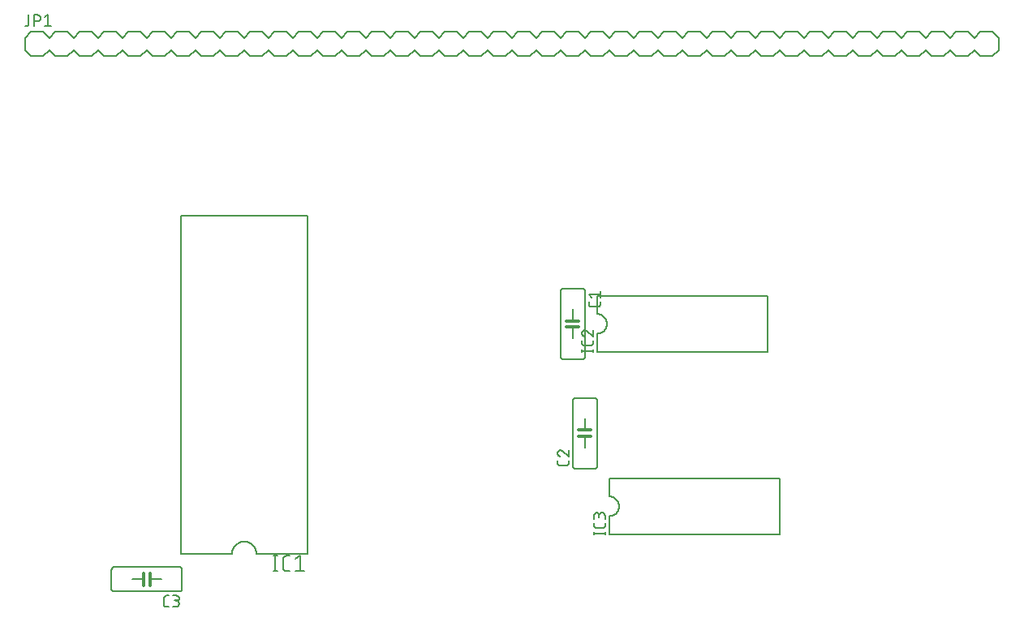
<source format=gbr>
G04 EAGLE Gerber RS-274X export*
G75*
%MOMM*%
%FSLAX34Y34*%
%LPD*%
%INSilkscreen Top*%
%IPPOS*%
%AMOC8*
5,1,8,0,0,1.08239X$1,22.5*%
G01*
%ADD10C,0.152400*%
%ADD11C,0.177800*%
%ADD12C,0.127000*%
%ADD13C,0.304800*%


D10*
X488950Y299720D02*
X542290Y299720D01*
X488950Y299720D02*
X488946Y300029D01*
X488935Y300338D01*
X488916Y300647D01*
X488890Y300955D01*
X488856Y301263D01*
X488815Y301569D01*
X488766Y301875D01*
X488710Y302179D01*
X488646Y302481D01*
X488575Y302782D01*
X488497Y303082D01*
X488412Y303379D01*
X488319Y303674D01*
X488219Y303967D01*
X488112Y304257D01*
X487998Y304544D01*
X487877Y304829D01*
X487749Y305111D01*
X487615Y305389D01*
X487473Y305664D01*
X487325Y305936D01*
X487170Y306203D01*
X487009Y306467D01*
X486842Y306727D01*
X486668Y306983D01*
X486488Y307235D01*
X486302Y307482D01*
X486110Y307724D01*
X485912Y307962D01*
X485709Y308195D01*
X485499Y308423D01*
X485285Y308645D01*
X485065Y308863D01*
X484839Y309075D01*
X484609Y309281D01*
X484374Y309482D01*
X484134Y309677D01*
X483889Y309866D01*
X483640Y310049D01*
X483386Y310226D01*
X483128Y310396D01*
X482866Y310561D01*
X482600Y310719D01*
X482330Y310870D01*
X482057Y311015D01*
X481780Y311153D01*
X481500Y311284D01*
X481217Y311408D01*
X480931Y311526D01*
X480642Y311636D01*
X480351Y311740D01*
X480057Y311836D01*
X479761Y311925D01*
X479462Y312007D01*
X479162Y312082D01*
X478860Y312149D01*
X478557Y312209D01*
X478252Y312261D01*
X477946Y312306D01*
X477639Y312344D01*
X477331Y312374D01*
X477023Y312396D01*
X476714Y312412D01*
X476405Y312419D01*
X476095Y312419D01*
X475786Y312412D01*
X475477Y312396D01*
X475169Y312374D01*
X474861Y312344D01*
X474554Y312306D01*
X474248Y312261D01*
X473943Y312209D01*
X473640Y312149D01*
X473338Y312082D01*
X473038Y312007D01*
X472739Y311925D01*
X472443Y311836D01*
X472149Y311740D01*
X471858Y311636D01*
X471569Y311526D01*
X471283Y311408D01*
X471000Y311284D01*
X470720Y311153D01*
X470443Y311015D01*
X470170Y310870D01*
X469900Y310719D01*
X469634Y310561D01*
X469372Y310396D01*
X469114Y310226D01*
X468860Y310049D01*
X468611Y309866D01*
X468366Y309677D01*
X468126Y309482D01*
X467891Y309281D01*
X467661Y309075D01*
X467435Y308863D01*
X467215Y308645D01*
X467001Y308423D01*
X466791Y308195D01*
X466588Y307962D01*
X466390Y307724D01*
X466198Y307482D01*
X466012Y307235D01*
X465832Y306983D01*
X465658Y306727D01*
X465491Y306467D01*
X465330Y306203D01*
X465175Y305936D01*
X465027Y305664D01*
X464885Y305389D01*
X464751Y305111D01*
X464623Y304829D01*
X464502Y304544D01*
X464388Y304257D01*
X464281Y303967D01*
X464181Y303674D01*
X464088Y303379D01*
X464003Y303082D01*
X463925Y302782D01*
X463854Y302481D01*
X463790Y302179D01*
X463734Y301875D01*
X463685Y301569D01*
X463644Y301263D01*
X463610Y300955D01*
X463584Y300647D01*
X463565Y300338D01*
X463554Y300029D01*
X463550Y299720D01*
X410210Y652780D02*
X542290Y652780D01*
X463550Y299720D02*
X410210Y299720D01*
X410210Y652780D01*
X542290Y652780D02*
X542290Y299720D01*
D11*
X508885Y297561D02*
X508885Y281559D01*
X507107Y281559D02*
X510663Y281559D01*
X510663Y297561D02*
X507107Y297561D01*
X520457Y281559D02*
X524013Y281559D01*
X520457Y281559D02*
X520341Y281561D01*
X520224Y281567D01*
X520108Y281576D01*
X519993Y281589D01*
X519878Y281606D01*
X519763Y281627D01*
X519650Y281652D01*
X519537Y281680D01*
X519425Y281712D01*
X519314Y281748D01*
X519204Y281787D01*
X519096Y281830D01*
X518989Y281876D01*
X518884Y281926D01*
X518781Y281979D01*
X518679Y282035D01*
X518579Y282095D01*
X518481Y282158D01*
X518386Y282225D01*
X518292Y282294D01*
X518201Y282366D01*
X518112Y282441D01*
X518026Y282520D01*
X517943Y282601D01*
X517862Y282684D01*
X517783Y282770D01*
X517708Y282859D01*
X517636Y282950D01*
X517567Y283044D01*
X517500Y283139D01*
X517437Y283237D01*
X517377Y283337D01*
X517321Y283439D01*
X517268Y283542D01*
X517218Y283647D01*
X517172Y283754D01*
X517129Y283862D01*
X517090Y283972D01*
X517054Y284083D01*
X517022Y284195D01*
X516994Y284308D01*
X516969Y284421D01*
X516948Y284536D01*
X516931Y284651D01*
X516918Y284766D01*
X516909Y284882D01*
X516903Y284999D01*
X516901Y285115D01*
X516901Y294005D01*
X516903Y294121D01*
X516909Y294238D01*
X516918Y294354D01*
X516931Y294469D01*
X516948Y294584D01*
X516969Y294699D01*
X516994Y294812D01*
X517022Y294925D01*
X517054Y295037D01*
X517090Y295148D01*
X517129Y295258D01*
X517172Y295366D01*
X517218Y295473D01*
X517268Y295578D01*
X517321Y295681D01*
X517377Y295783D01*
X517437Y295883D01*
X517500Y295981D01*
X517567Y296076D01*
X517636Y296170D01*
X517708Y296261D01*
X517783Y296350D01*
X517862Y296436D01*
X517943Y296519D01*
X518026Y296600D01*
X518112Y296679D01*
X518201Y296754D01*
X518292Y296826D01*
X518386Y296895D01*
X518481Y296962D01*
X518579Y297025D01*
X518679Y297085D01*
X518781Y297141D01*
X518884Y297194D01*
X518989Y297244D01*
X519096Y297290D01*
X519204Y297333D01*
X519314Y297372D01*
X519425Y297408D01*
X519537Y297440D01*
X519650Y297468D01*
X519763Y297493D01*
X519878Y297514D01*
X519993Y297531D01*
X520108Y297544D01*
X520224Y297553D01*
X520341Y297559D01*
X520457Y297561D01*
X524013Y297561D01*
X529971Y294005D02*
X534416Y297561D01*
X534416Y281559D01*
X529971Y281559D02*
X538861Y281559D01*
D10*
X844550Y568960D02*
X1022350Y568960D01*
X1022350Y510540D02*
X844550Y510540D01*
X1022350Y510540D02*
X1022350Y568960D01*
X844550Y568960D02*
X844550Y549910D01*
X844550Y529590D02*
X844550Y510540D01*
X844550Y529590D02*
X844797Y529593D01*
X845045Y529602D01*
X845292Y529617D01*
X845538Y529638D01*
X845784Y529665D01*
X846029Y529698D01*
X846274Y529737D01*
X846517Y529782D01*
X846759Y529833D01*
X847000Y529890D01*
X847239Y529952D01*
X847477Y530021D01*
X847713Y530095D01*
X847947Y530175D01*
X848179Y530260D01*
X848409Y530352D01*
X848637Y530448D01*
X848862Y530551D01*
X849085Y530658D01*
X849305Y530772D01*
X849522Y530890D01*
X849737Y531014D01*
X849948Y531143D01*
X850156Y531277D01*
X850361Y531416D01*
X850562Y531560D01*
X850760Y531708D01*
X850954Y531862D01*
X851144Y532020D01*
X851330Y532183D01*
X851512Y532350D01*
X851690Y532522D01*
X851864Y532698D01*
X852034Y532878D01*
X852199Y533063D01*
X852359Y533251D01*
X852515Y533443D01*
X852667Y533639D01*
X852813Y533838D01*
X852955Y534041D01*
X853091Y534248D01*
X853223Y534457D01*
X853349Y534670D01*
X853470Y534886D01*
X853586Y535104D01*
X853696Y535326D01*
X853801Y535550D01*
X853901Y535776D01*
X853995Y536005D01*
X854083Y536236D01*
X854166Y536470D01*
X854243Y536705D01*
X854314Y536942D01*
X854380Y537180D01*
X854439Y537420D01*
X854493Y537662D01*
X854541Y537905D01*
X854583Y538148D01*
X854619Y538393D01*
X854649Y538639D01*
X854673Y538885D01*
X854691Y539132D01*
X854703Y539379D01*
X854709Y539626D01*
X854709Y539874D01*
X854703Y540121D01*
X854691Y540368D01*
X854673Y540615D01*
X854649Y540861D01*
X854619Y541107D01*
X854583Y541352D01*
X854541Y541595D01*
X854493Y541838D01*
X854439Y542080D01*
X854380Y542320D01*
X854314Y542558D01*
X854243Y542795D01*
X854166Y543030D01*
X854083Y543264D01*
X853995Y543495D01*
X853901Y543724D01*
X853801Y543950D01*
X853696Y544174D01*
X853586Y544396D01*
X853470Y544614D01*
X853349Y544830D01*
X853223Y545043D01*
X853091Y545252D01*
X852955Y545459D01*
X852813Y545662D01*
X852667Y545861D01*
X852515Y546057D01*
X852359Y546249D01*
X852199Y546437D01*
X852034Y546622D01*
X851864Y546802D01*
X851690Y546978D01*
X851512Y547150D01*
X851330Y547317D01*
X851144Y547480D01*
X850954Y547638D01*
X850760Y547792D01*
X850562Y547940D01*
X850361Y548084D01*
X850156Y548223D01*
X849948Y548357D01*
X849737Y548486D01*
X849522Y548610D01*
X849305Y548728D01*
X849085Y548842D01*
X848862Y548949D01*
X848637Y549052D01*
X848409Y549148D01*
X848179Y549240D01*
X847947Y549325D01*
X847713Y549405D01*
X847477Y549479D01*
X847239Y549548D01*
X847000Y549610D01*
X846759Y549667D01*
X846517Y549718D01*
X846274Y549763D01*
X846029Y549802D01*
X845784Y549835D01*
X845538Y549862D01*
X845292Y549883D01*
X845045Y549898D01*
X844797Y549907D01*
X844550Y549910D01*
D12*
X840105Y511175D02*
X828675Y511175D01*
X840105Y509905D02*
X840105Y512445D01*
X828675Y512445D02*
X828675Y509905D01*
X840105Y519647D02*
X840105Y522187D01*
X840105Y519647D02*
X840103Y519547D01*
X840097Y519448D01*
X840087Y519348D01*
X840074Y519250D01*
X840056Y519151D01*
X840035Y519054D01*
X840010Y518958D01*
X839981Y518862D01*
X839948Y518768D01*
X839912Y518675D01*
X839872Y518584D01*
X839828Y518494D01*
X839781Y518406D01*
X839731Y518320D01*
X839677Y518236D01*
X839620Y518154D01*
X839560Y518075D01*
X839496Y517997D01*
X839430Y517923D01*
X839361Y517851D01*
X839289Y517782D01*
X839215Y517716D01*
X839137Y517652D01*
X839058Y517592D01*
X838976Y517535D01*
X838892Y517481D01*
X838806Y517431D01*
X838718Y517384D01*
X838628Y517340D01*
X838537Y517300D01*
X838444Y517264D01*
X838350Y517231D01*
X838254Y517202D01*
X838158Y517177D01*
X838061Y517156D01*
X837962Y517138D01*
X837864Y517125D01*
X837764Y517115D01*
X837665Y517109D01*
X837565Y517107D01*
X831215Y517107D01*
X831115Y517109D01*
X831016Y517115D01*
X830916Y517125D01*
X830818Y517138D01*
X830719Y517156D01*
X830622Y517177D01*
X830526Y517202D01*
X830430Y517231D01*
X830336Y517264D01*
X830243Y517300D01*
X830152Y517340D01*
X830062Y517384D01*
X829974Y517431D01*
X829888Y517481D01*
X829804Y517535D01*
X829722Y517592D01*
X829643Y517652D01*
X829565Y517716D01*
X829491Y517782D01*
X829419Y517851D01*
X829350Y517923D01*
X829284Y517997D01*
X829220Y518075D01*
X829160Y518154D01*
X829103Y518236D01*
X829049Y518320D01*
X828999Y518406D01*
X828952Y518494D01*
X828908Y518584D01*
X828868Y518675D01*
X828832Y518768D01*
X828799Y518862D01*
X828770Y518958D01*
X828745Y519054D01*
X828724Y519151D01*
X828706Y519250D01*
X828693Y519348D01*
X828683Y519448D01*
X828677Y519547D01*
X828675Y519647D01*
X828675Y522187D01*
X828675Y530161D02*
X828677Y530265D01*
X828683Y530370D01*
X828692Y530474D01*
X828705Y530577D01*
X828723Y530680D01*
X828743Y530782D01*
X828768Y530884D01*
X828796Y530984D01*
X828828Y531084D01*
X828864Y531182D01*
X828903Y531279D01*
X828945Y531374D01*
X828991Y531468D01*
X829041Y531560D01*
X829093Y531650D01*
X829149Y531738D01*
X829209Y531824D01*
X829271Y531908D01*
X829336Y531989D01*
X829404Y532068D01*
X829476Y532145D01*
X829549Y532218D01*
X829626Y532290D01*
X829705Y532358D01*
X829786Y532423D01*
X829870Y532485D01*
X829956Y532545D01*
X830044Y532601D01*
X830134Y532653D01*
X830226Y532703D01*
X830320Y532749D01*
X830415Y532791D01*
X830512Y532830D01*
X830610Y532866D01*
X830710Y532898D01*
X830810Y532926D01*
X830912Y532951D01*
X831014Y532971D01*
X831117Y532989D01*
X831220Y533002D01*
X831324Y533011D01*
X831429Y533017D01*
X831533Y533019D01*
X828675Y530161D02*
X828677Y530043D01*
X828683Y529924D01*
X828692Y529806D01*
X828705Y529689D01*
X828723Y529572D01*
X828743Y529455D01*
X828768Y529339D01*
X828796Y529224D01*
X828829Y529111D01*
X828864Y528998D01*
X828904Y528886D01*
X828946Y528776D01*
X828993Y528667D01*
X829043Y528559D01*
X829096Y528454D01*
X829153Y528350D01*
X829213Y528248D01*
X829276Y528148D01*
X829343Y528050D01*
X829412Y527954D01*
X829485Y527861D01*
X829561Y527770D01*
X829639Y527681D01*
X829721Y527595D01*
X829805Y527512D01*
X829891Y527431D01*
X829981Y527354D01*
X830072Y527279D01*
X830166Y527207D01*
X830263Y527138D01*
X830361Y527073D01*
X830462Y527010D01*
X830565Y526951D01*
X830669Y526895D01*
X830775Y526843D01*
X830883Y526794D01*
X830992Y526749D01*
X831103Y526707D01*
X831215Y526669D01*
X833755Y532067D02*
X833680Y532143D01*
X833601Y532218D01*
X833520Y532289D01*
X833436Y532358D01*
X833350Y532423D01*
X833262Y532485D01*
X833172Y532545D01*
X833080Y532601D01*
X832985Y532654D01*
X832889Y532703D01*
X832791Y532749D01*
X832692Y532792D01*
X832591Y532831D01*
X832489Y532866D01*
X832386Y532898D01*
X832282Y532926D01*
X832177Y532951D01*
X832070Y532972D01*
X831964Y532989D01*
X831857Y533002D01*
X831749Y533011D01*
X831641Y533017D01*
X831533Y533019D01*
X833755Y532066D02*
X840105Y526669D01*
X840105Y533019D01*
D10*
X857250Y378460D02*
X1035050Y378460D01*
X1035050Y320040D02*
X857250Y320040D01*
X1035050Y320040D02*
X1035050Y378460D01*
X857250Y378460D02*
X857250Y359410D01*
X857250Y339090D02*
X857250Y320040D01*
X857250Y339090D02*
X857497Y339093D01*
X857745Y339102D01*
X857992Y339117D01*
X858238Y339138D01*
X858484Y339165D01*
X858729Y339198D01*
X858974Y339237D01*
X859217Y339282D01*
X859459Y339333D01*
X859700Y339390D01*
X859939Y339452D01*
X860177Y339521D01*
X860413Y339595D01*
X860647Y339675D01*
X860879Y339760D01*
X861109Y339852D01*
X861337Y339948D01*
X861562Y340051D01*
X861785Y340158D01*
X862005Y340272D01*
X862222Y340390D01*
X862437Y340514D01*
X862648Y340643D01*
X862856Y340777D01*
X863061Y340916D01*
X863262Y341060D01*
X863460Y341208D01*
X863654Y341362D01*
X863844Y341520D01*
X864030Y341683D01*
X864212Y341850D01*
X864390Y342022D01*
X864564Y342198D01*
X864734Y342378D01*
X864899Y342563D01*
X865059Y342751D01*
X865215Y342943D01*
X865367Y343139D01*
X865513Y343338D01*
X865655Y343541D01*
X865791Y343748D01*
X865923Y343957D01*
X866049Y344170D01*
X866170Y344386D01*
X866286Y344604D01*
X866396Y344826D01*
X866501Y345050D01*
X866601Y345276D01*
X866695Y345505D01*
X866783Y345736D01*
X866866Y345970D01*
X866943Y346205D01*
X867014Y346442D01*
X867080Y346680D01*
X867139Y346920D01*
X867193Y347162D01*
X867241Y347405D01*
X867283Y347648D01*
X867319Y347893D01*
X867349Y348139D01*
X867373Y348385D01*
X867391Y348632D01*
X867403Y348879D01*
X867409Y349126D01*
X867409Y349374D01*
X867403Y349621D01*
X867391Y349868D01*
X867373Y350115D01*
X867349Y350361D01*
X867319Y350607D01*
X867283Y350852D01*
X867241Y351095D01*
X867193Y351338D01*
X867139Y351580D01*
X867080Y351820D01*
X867014Y352058D01*
X866943Y352295D01*
X866866Y352530D01*
X866783Y352764D01*
X866695Y352995D01*
X866601Y353224D01*
X866501Y353450D01*
X866396Y353674D01*
X866286Y353896D01*
X866170Y354114D01*
X866049Y354330D01*
X865923Y354543D01*
X865791Y354752D01*
X865655Y354959D01*
X865513Y355162D01*
X865367Y355361D01*
X865215Y355557D01*
X865059Y355749D01*
X864899Y355937D01*
X864734Y356122D01*
X864564Y356302D01*
X864390Y356478D01*
X864212Y356650D01*
X864030Y356817D01*
X863844Y356980D01*
X863654Y357138D01*
X863460Y357292D01*
X863262Y357440D01*
X863061Y357584D01*
X862856Y357723D01*
X862648Y357857D01*
X862437Y357986D01*
X862222Y358110D01*
X862005Y358228D01*
X861785Y358342D01*
X861562Y358449D01*
X861337Y358552D01*
X861109Y358648D01*
X860879Y358740D01*
X860647Y358825D01*
X860413Y358905D01*
X860177Y358979D01*
X859939Y359048D01*
X859700Y359110D01*
X859459Y359167D01*
X859217Y359218D01*
X858974Y359263D01*
X858729Y359302D01*
X858484Y359335D01*
X858238Y359362D01*
X857992Y359383D01*
X857745Y359398D01*
X857497Y359407D01*
X857250Y359410D01*
D12*
X852805Y320675D02*
X841375Y320675D01*
X852805Y319405D02*
X852805Y321945D01*
X841375Y321945D02*
X841375Y319405D01*
X852805Y329147D02*
X852805Y331687D01*
X852805Y329147D02*
X852803Y329047D01*
X852797Y328948D01*
X852787Y328848D01*
X852774Y328750D01*
X852756Y328651D01*
X852735Y328554D01*
X852710Y328458D01*
X852681Y328362D01*
X852648Y328268D01*
X852612Y328175D01*
X852572Y328084D01*
X852528Y327994D01*
X852481Y327906D01*
X852431Y327820D01*
X852377Y327736D01*
X852320Y327654D01*
X852260Y327575D01*
X852196Y327497D01*
X852130Y327423D01*
X852061Y327351D01*
X851989Y327282D01*
X851915Y327216D01*
X851837Y327152D01*
X851758Y327092D01*
X851676Y327035D01*
X851592Y326981D01*
X851506Y326931D01*
X851418Y326884D01*
X851328Y326840D01*
X851237Y326800D01*
X851144Y326764D01*
X851050Y326731D01*
X850954Y326702D01*
X850858Y326677D01*
X850761Y326656D01*
X850662Y326638D01*
X850564Y326625D01*
X850464Y326615D01*
X850365Y326609D01*
X850265Y326607D01*
X843915Y326607D01*
X843815Y326609D01*
X843716Y326615D01*
X843616Y326625D01*
X843518Y326638D01*
X843419Y326656D01*
X843322Y326677D01*
X843226Y326702D01*
X843130Y326731D01*
X843036Y326764D01*
X842943Y326800D01*
X842852Y326840D01*
X842762Y326884D01*
X842674Y326931D01*
X842588Y326981D01*
X842504Y327035D01*
X842422Y327092D01*
X842343Y327152D01*
X842265Y327216D01*
X842191Y327282D01*
X842119Y327351D01*
X842050Y327423D01*
X841984Y327497D01*
X841920Y327575D01*
X841860Y327654D01*
X841803Y327736D01*
X841749Y327820D01*
X841699Y327906D01*
X841652Y327994D01*
X841608Y328084D01*
X841568Y328175D01*
X841532Y328268D01*
X841499Y328362D01*
X841470Y328458D01*
X841445Y328554D01*
X841424Y328651D01*
X841406Y328750D01*
X841393Y328848D01*
X841383Y328948D01*
X841377Y329047D01*
X841375Y329147D01*
X841375Y331687D01*
X852805Y336169D02*
X852805Y339344D01*
X852803Y339455D01*
X852797Y339565D01*
X852788Y339676D01*
X852774Y339786D01*
X852757Y339895D01*
X852736Y340004D01*
X852711Y340112D01*
X852682Y340219D01*
X852650Y340325D01*
X852614Y340430D01*
X852574Y340533D01*
X852531Y340635D01*
X852484Y340736D01*
X852433Y340835D01*
X852380Y340932D01*
X852323Y341026D01*
X852262Y341119D01*
X852199Y341210D01*
X852132Y341299D01*
X852062Y341385D01*
X851989Y341468D01*
X851914Y341550D01*
X851836Y341628D01*
X851754Y341703D01*
X851671Y341776D01*
X851585Y341846D01*
X851496Y341913D01*
X851405Y341976D01*
X851312Y342037D01*
X851218Y342094D01*
X851121Y342147D01*
X851022Y342198D01*
X850921Y342245D01*
X850819Y342288D01*
X850716Y342328D01*
X850611Y342364D01*
X850505Y342396D01*
X850398Y342425D01*
X850290Y342450D01*
X850181Y342471D01*
X850072Y342488D01*
X849962Y342502D01*
X849851Y342511D01*
X849741Y342517D01*
X849630Y342519D01*
X849519Y342517D01*
X849409Y342511D01*
X849298Y342502D01*
X849188Y342488D01*
X849079Y342471D01*
X848970Y342450D01*
X848862Y342425D01*
X848755Y342396D01*
X848649Y342364D01*
X848544Y342328D01*
X848441Y342288D01*
X848339Y342245D01*
X848238Y342198D01*
X848139Y342147D01*
X848043Y342094D01*
X847948Y342037D01*
X847855Y341976D01*
X847764Y341913D01*
X847675Y341846D01*
X847589Y341776D01*
X847506Y341703D01*
X847424Y341628D01*
X847346Y341550D01*
X847271Y341468D01*
X847198Y341385D01*
X847128Y341299D01*
X847061Y341210D01*
X846998Y341119D01*
X846937Y341026D01*
X846880Y340932D01*
X846827Y340835D01*
X846776Y340736D01*
X846729Y340635D01*
X846686Y340533D01*
X846646Y340430D01*
X846610Y340325D01*
X846578Y340219D01*
X846549Y340112D01*
X846524Y340004D01*
X846503Y339895D01*
X846486Y339786D01*
X846472Y339676D01*
X846463Y339565D01*
X846457Y339455D01*
X846455Y339344D01*
X841375Y339979D02*
X841375Y336169D01*
X841375Y339979D02*
X841377Y340079D01*
X841383Y340178D01*
X841393Y340278D01*
X841406Y340376D01*
X841424Y340475D01*
X841445Y340572D01*
X841470Y340668D01*
X841499Y340764D01*
X841532Y340858D01*
X841568Y340951D01*
X841608Y341042D01*
X841652Y341132D01*
X841699Y341220D01*
X841749Y341306D01*
X841803Y341390D01*
X841860Y341472D01*
X841920Y341551D01*
X841984Y341629D01*
X842050Y341703D01*
X842119Y341775D01*
X842191Y341844D01*
X842265Y341910D01*
X842343Y341974D01*
X842422Y342034D01*
X842504Y342091D01*
X842588Y342145D01*
X842674Y342195D01*
X842762Y342242D01*
X842852Y342286D01*
X842943Y342326D01*
X843036Y342362D01*
X843130Y342395D01*
X843226Y342424D01*
X843322Y342449D01*
X843419Y342470D01*
X843518Y342488D01*
X843616Y342501D01*
X843716Y342511D01*
X843815Y342517D01*
X843915Y342519D01*
X844015Y342517D01*
X844114Y342511D01*
X844214Y342501D01*
X844312Y342488D01*
X844411Y342470D01*
X844508Y342449D01*
X844604Y342424D01*
X844700Y342395D01*
X844794Y342362D01*
X844887Y342326D01*
X844978Y342286D01*
X845068Y342242D01*
X845156Y342195D01*
X845242Y342145D01*
X845326Y342091D01*
X845408Y342034D01*
X845487Y341974D01*
X845565Y341910D01*
X845639Y341844D01*
X845711Y341775D01*
X845780Y341703D01*
X845846Y341629D01*
X845910Y341551D01*
X845970Y341472D01*
X846027Y341390D01*
X846081Y341306D01*
X846131Y341220D01*
X846178Y341132D01*
X846222Y341042D01*
X846262Y340951D01*
X846298Y340858D01*
X846331Y340764D01*
X846360Y340668D01*
X846385Y340572D01*
X846406Y340475D01*
X846424Y340376D01*
X846437Y340278D01*
X846447Y340178D01*
X846453Y340079D01*
X846455Y339979D01*
X846455Y337439D01*
D10*
X723900Y844550D02*
X711200Y844550D01*
X723900Y844550D02*
X730250Y838200D01*
X730250Y825500D02*
X723900Y819150D01*
X685800Y844550D02*
X679450Y838200D01*
X685800Y844550D02*
X698500Y844550D01*
X704850Y838200D01*
X704850Y825500D02*
X698500Y819150D01*
X685800Y819150D01*
X679450Y825500D01*
X704850Y838200D02*
X711200Y844550D01*
X704850Y825500D02*
X711200Y819150D01*
X723900Y819150D01*
X647700Y844550D02*
X635000Y844550D01*
X647700Y844550D02*
X654050Y838200D01*
X654050Y825500D02*
X647700Y819150D01*
X654050Y838200D02*
X660400Y844550D01*
X673100Y844550D01*
X679450Y838200D01*
X679450Y825500D02*
X673100Y819150D01*
X660400Y819150D01*
X654050Y825500D01*
X609600Y844550D02*
X603250Y838200D01*
X609600Y844550D02*
X622300Y844550D01*
X628650Y838200D01*
X628650Y825500D02*
X622300Y819150D01*
X609600Y819150D01*
X603250Y825500D01*
X628650Y838200D02*
X635000Y844550D01*
X628650Y825500D02*
X635000Y819150D01*
X647700Y819150D01*
X571500Y844550D02*
X558800Y844550D01*
X571500Y844550D02*
X577850Y838200D01*
X577850Y825500D02*
X571500Y819150D01*
X577850Y838200D02*
X584200Y844550D01*
X596900Y844550D01*
X603250Y838200D01*
X603250Y825500D02*
X596900Y819150D01*
X584200Y819150D01*
X577850Y825500D01*
X533400Y844550D02*
X527050Y838200D01*
X533400Y844550D02*
X546100Y844550D01*
X552450Y838200D01*
X552450Y825500D02*
X546100Y819150D01*
X533400Y819150D01*
X527050Y825500D01*
X552450Y838200D02*
X558800Y844550D01*
X552450Y825500D02*
X558800Y819150D01*
X571500Y819150D01*
X495300Y844550D02*
X482600Y844550D01*
X495300Y844550D02*
X501650Y838200D01*
X501650Y825500D02*
X495300Y819150D01*
X501650Y838200D02*
X508000Y844550D01*
X520700Y844550D01*
X527050Y838200D01*
X527050Y825500D02*
X520700Y819150D01*
X508000Y819150D01*
X501650Y825500D01*
X457200Y844550D02*
X450850Y838200D01*
X457200Y844550D02*
X469900Y844550D01*
X476250Y838200D01*
X476250Y825500D02*
X469900Y819150D01*
X457200Y819150D01*
X450850Y825500D01*
X476250Y838200D02*
X482600Y844550D01*
X476250Y825500D02*
X482600Y819150D01*
X495300Y819150D01*
X419100Y844550D02*
X406400Y844550D01*
X419100Y844550D02*
X425450Y838200D01*
X425450Y825500D02*
X419100Y819150D01*
X425450Y838200D02*
X431800Y844550D01*
X444500Y844550D01*
X450850Y838200D01*
X450850Y825500D02*
X444500Y819150D01*
X431800Y819150D01*
X425450Y825500D01*
X381000Y844550D02*
X374650Y838200D01*
X381000Y844550D02*
X393700Y844550D01*
X400050Y838200D01*
X400050Y825500D02*
X393700Y819150D01*
X381000Y819150D01*
X374650Y825500D01*
X400050Y838200D02*
X406400Y844550D01*
X400050Y825500D02*
X406400Y819150D01*
X419100Y819150D01*
X342900Y844550D02*
X330200Y844550D01*
X342900Y844550D02*
X349250Y838200D01*
X349250Y825500D02*
X342900Y819150D01*
X349250Y838200D02*
X355600Y844550D01*
X368300Y844550D01*
X374650Y838200D01*
X374650Y825500D02*
X368300Y819150D01*
X355600Y819150D01*
X349250Y825500D01*
X304800Y844550D02*
X298450Y838200D01*
X304800Y844550D02*
X317500Y844550D01*
X323850Y838200D01*
X323850Y825500D02*
X317500Y819150D01*
X304800Y819150D01*
X298450Y825500D01*
X323850Y838200D02*
X330200Y844550D01*
X323850Y825500D02*
X330200Y819150D01*
X342900Y819150D01*
X266700Y844550D02*
X254000Y844550D01*
X266700Y844550D02*
X273050Y838200D01*
X273050Y825500D02*
X266700Y819150D01*
X273050Y838200D02*
X279400Y844550D01*
X292100Y844550D01*
X298450Y838200D01*
X298450Y825500D02*
X292100Y819150D01*
X279400Y819150D01*
X273050Y825500D01*
X247650Y825500D02*
X247650Y838200D01*
X254000Y844550D01*
X247650Y825500D02*
X254000Y819150D01*
X266700Y819150D01*
X736600Y844550D02*
X749300Y844550D01*
X755650Y838200D01*
X755650Y825500D02*
X749300Y819150D01*
X730250Y838200D02*
X736600Y844550D01*
X730250Y825500D02*
X736600Y819150D01*
X749300Y819150D01*
X762000Y844550D02*
X774700Y844550D01*
X781050Y838200D01*
X781050Y825500D02*
X774700Y819150D01*
X755650Y838200D02*
X762000Y844550D01*
X755650Y825500D02*
X762000Y819150D01*
X774700Y819150D01*
X787400Y844550D02*
X800100Y844550D01*
X806450Y838200D01*
X806450Y825500D02*
X800100Y819150D01*
X781050Y838200D02*
X787400Y844550D01*
X781050Y825500D02*
X787400Y819150D01*
X800100Y819150D01*
X812800Y844550D02*
X825500Y844550D01*
X831850Y838200D01*
X831850Y825500D02*
X825500Y819150D01*
X806450Y838200D02*
X812800Y844550D01*
X806450Y825500D02*
X812800Y819150D01*
X825500Y819150D01*
X838200Y844550D02*
X850900Y844550D01*
X857250Y838200D01*
X857250Y825500D02*
X850900Y819150D01*
X831850Y838200D02*
X838200Y844550D01*
X831850Y825500D02*
X838200Y819150D01*
X850900Y819150D01*
X863600Y844550D02*
X876300Y844550D01*
X882650Y838200D01*
X882650Y825500D02*
X876300Y819150D01*
X857250Y838200D02*
X863600Y844550D01*
X857250Y825500D02*
X863600Y819150D01*
X876300Y819150D01*
X889000Y844550D02*
X901700Y844550D01*
X908050Y838200D01*
X908050Y825500D02*
X901700Y819150D01*
X882650Y838200D02*
X889000Y844550D01*
X882650Y825500D02*
X889000Y819150D01*
X901700Y819150D01*
X914400Y844550D02*
X927100Y844550D01*
X933450Y838200D01*
X933450Y825500D02*
X927100Y819150D01*
X908050Y838200D02*
X914400Y844550D01*
X908050Y825500D02*
X914400Y819150D01*
X927100Y819150D01*
X939800Y844550D02*
X952500Y844550D01*
X958850Y838200D01*
X958850Y825500D02*
X952500Y819150D01*
X933450Y838200D02*
X939800Y844550D01*
X933450Y825500D02*
X939800Y819150D01*
X952500Y819150D01*
X965200Y844550D02*
X977900Y844550D01*
X984250Y838200D01*
X984250Y825500D02*
X977900Y819150D01*
X958850Y838200D02*
X965200Y844550D01*
X958850Y825500D02*
X965200Y819150D01*
X977900Y819150D01*
X990600Y844550D02*
X1003300Y844550D01*
X1009650Y838200D01*
X1009650Y825500D02*
X1003300Y819150D01*
X984250Y838200D02*
X990600Y844550D01*
X984250Y825500D02*
X990600Y819150D01*
X1003300Y819150D01*
X1244600Y844550D02*
X1257300Y844550D01*
X1219200Y844550D02*
X1212850Y838200D01*
X1219200Y844550D02*
X1231900Y844550D01*
X1238250Y838200D01*
X1238250Y825500D02*
X1231900Y819150D01*
X1219200Y819150D01*
X1212850Y825500D01*
X1238250Y838200D02*
X1244600Y844550D01*
X1238250Y825500D02*
X1244600Y819150D01*
X1257300Y819150D01*
X1181100Y844550D02*
X1168400Y844550D01*
X1181100Y844550D02*
X1187450Y838200D01*
X1187450Y825500D02*
X1181100Y819150D01*
X1187450Y838200D02*
X1193800Y844550D01*
X1206500Y844550D01*
X1212850Y838200D01*
X1212850Y825500D02*
X1206500Y819150D01*
X1193800Y819150D01*
X1187450Y825500D01*
X1143000Y844550D02*
X1136650Y838200D01*
X1143000Y844550D02*
X1155700Y844550D01*
X1162050Y838200D01*
X1162050Y825500D02*
X1155700Y819150D01*
X1143000Y819150D01*
X1136650Y825500D01*
X1162050Y838200D02*
X1168400Y844550D01*
X1162050Y825500D02*
X1168400Y819150D01*
X1181100Y819150D01*
X1104900Y844550D02*
X1092200Y844550D01*
X1104900Y844550D02*
X1111250Y838200D01*
X1111250Y825500D02*
X1104900Y819150D01*
X1111250Y838200D02*
X1117600Y844550D01*
X1130300Y844550D01*
X1136650Y838200D01*
X1136650Y825500D02*
X1130300Y819150D01*
X1117600Y819150D01*
X1111250Y825500D01*
X1066800Y844550D02*
X1060450Y838200D01*
X1066800Y844550D02*
X1079500Y844550D01*
X1085850Y838200D01*
X1085850Y825500D02*
X1079500Y819150D01*
X1066800Y819150D01*
X1060450Y825500D01*
X1085850Y838200D02*
X1092200Y844550D01*
X1085850Y825500D02*
X1092200Y819150D01*
X1104900Y819150D01*
X1028700Y844550D02*
X1016000Y844550D01*
X1028700Y844550D02*
X1035050Y838200D01*
X1035050Y825500D02*
X1028700Y819150D01*
X1035050Y838200D02*
X1041400Y844550D01*
X1054100Y844550D01*
X1060450Y838200D01*
X1060450Y825500D02*
X1054100Y819150D01*
X1041400Y819150D01*
X1035050Y825500D01*
X1016000Y844550D02*
X1009650Y838200D01*
X1009650Y825500D02*
X1016000Y819150D01*
X1028700Y819150D01*
X1263650Y825500D02*
X1263650Y838200D01*
X1257300Y844550D01*
X1263650Y825500D02*
X1257300Y819150D01*
D12*
X251333Y853313D02*
X251333Y862203D01*
X251333Y853313D02*
X251331Y853213D01*
X251325Y853114D01*
X251315Y853014D01*
X251302Y852916D01*
X251284Y852817D01*
X251263Y852720D01*
X251238Y852624D01*
X251209Y852528D01*
X251176Y852434D01*
X251140Y852341D01*
X251100Y852250D01*
X251056Y852160D01*
X251009Y852072D01*
X250959Y851986D01*
X250905Y851902D01*
X250848Y851820D01*
X250788Y851741D01*
X250724Y851663D01*
X250658Y851589D01*
X250589Y851517D01*
X250517Y851448D01*
X250443Y851382D01*
X250365Y851318D01*
X250286Y851258D01*
X250204Y851201D01*
X250120Y851147D01*
X250034Y851097D01*
X249946Y851050D01*
X249856Y851006D01*
X249765Y850966D01*
X249672Y850930D01*
X249578Y850897D01*
X249482Y850868D01*
X249386Y850843D01*
X249289Y850822D01*
X249190Y850804D01*
X249092Y850791D01*
X248992Y850781D01*
X248893Y850775D01*
X248793Y850773D01*
X247523Y850773D01*
X257313Y850773D02*
X257313Y862203D01*
X260488Y862203D01*
X260599Y862201D01*
X260709Y862195D01*
X260820Y862186D01*
X260930Y862172D01*
X261039Y862155D01*
X261148Y862134D01*
X261256Y862109D01*
X261363Y862080D01*
X261469Y862048D01*
X261574Y862012D01*
X261677Y861972D01*
X261779Y861929D01*
X261880Y861882D01*
X261979Y861831D01*
X262076Y861778D01*
X262170Y861721D01*
X262263Y861660D01*
X262354Y861597D01*
X262443Y861530D01*
X262529Y861460D01*
X262612Y861387D01*
X262694Y861312D01*
X262772Y861234D01*
X262847Y861152D01*
X262920Y861069D01*
X262990Y860983D01*
X263057Y860894D01*
X263120Y860803D01*
X263181Y860710D01*
X263238Y860615D01*
X263291Y860519D01*
X263342Y860420D01*
X263389Y860319D01*
X263432Y860217D01*
X263472Y860114D01*
X263508Y860009D01*
X263540Y859903D01*
X263569Y859796D01*
X263594Y859688D01*
X263615Y859579D01*
X263632Y859470D01*
X263646Y859360D01*
X263655Y859249D01*
X263661Y859139D01*
X263663Y859028D01*
X263661Y858917D01*
X263655Y858807D01*
X263646Y858696D01*
X263632Y858586D01*
X263615Y858477D01*
X263594Y858368D01*
X263569Y858260D01*
X263540Y858153D01*
X263508Y858047D01*
X263472Y857942D01*
X263432Y857839D01*
X263389Y857737D01*
X263342Y857636D01*
X263291Y857537D01*
X263238Y857441D01*
X263181Y857346D01*
X263120Y857253D01*
X263057Y857162D01*
X262990Y857073D01*
X262920Y856987D01*
X262847Y856904D01*
X262772Y856822D01*
X262694Y856744D01*
X262612Y856669D01*
X262529Y856596D01*
X262443Y856526D01*
X262354Y856459D01*
X262263Y856396D01*
X262170Y856335D01*
X262075Y856278D01*
X261979Y856225D01*
X261880Y856174D01*
X261779Y856127D01*
X261677Y856084D01*
X261574Y856044D01*
X261469Y856008D01*
X261363Y855976D01*
X261256Y855947D01*
X261148Y855922D01*
X261039Y855901D01*
X260930Y855884D01*
X260820Y855870D01*
X260709Y855861D01*
X260599Y855855D01*
X260488Y855853D01*
X257313Y855853D01*
X268172Y859663D02*
X271347Y862203D01*
X271347Y850773D01*
X268172Y850773D02*
X274522Y850773D01*
D13*
X819150Y542798D02*
X825500Y542798D01*
X819150Y542798D02*
X812800Y542798D01*
D10*
X819150Y542798D02*
X819150Y554990D01*
D13*
X819150Y536448D02*
X825500Y536448D01*
X819150Y536448D02*
X812800Y536448D01*
D10*
X819150Y536448D02*
X819150Y524510D01*
X829310Y576580D02*
X808990Y576580D01*
X806450Y574040D02*
X806450Y505460D01*
X808990Y502920D02*
X829310Y502920D01*
X831850Y505460D02*
X831850Y574040D01*
X831850Y505460D02*
X831848Y505360D01*
X831842Y505261D01*
X831832Y505161D01*
X831819Y505063D01*
X831801Y504964D01*
X831780Y504867D01*
X831755Y504771D01*
X831726Y504675D01*
X831693Y504581D01*
X831657Y504488D01*
X831617Y504397D01*
X831573Y504307D01*
X831526Y504219D01*
X831476Y504133D01*
X831422Y504049D01*
X831365Y503967D01*
X831305Y503888D01*
X831241Y503810D01*
X831175Y503736D01*
X831106Y503664D01*
X831034Y503595D01*
X830960Y503529D01*
X830882Y503465D01*
X830803Y503405D01*
X830721Y503348D01*
X830637Y503294D01*
X830551Y503244D01*
X830463Y503197D01*
X830373Y503153D01*
X830282Y503113D01*
X830189Y503077D01*
X830095Y503044D01*
X829999Y503015D01*
X829903Y502990D01*
X829806Y502969D01*
X829707Y502951D01*
X829609Y502938D01*
X829509Y502928D01*
X829410Y502922D01*
X829310Y502920D01*
X808990Y502920D02*
X808890Y502922D01*
X808791Y502928D01*
X808691Y502938D01*
X808593Y502951D01*
X808494Y502969D01*
X808397Y502990D01*
X808301Y503015D01*
X808205Y503044D01*
X808111Y503077D01*
X808018Y503113D01*
X807927Y503153D01*
X807837Y503197D01*
X807749Y503244D01*
X807663Y503294D01*
X807579Y503348D01*
X807497Y503405D01*
X807418Y503465D01*
X807340Y503529D01*
X807266Y503595D01*
X807194Y503664D01*
X807125Y503736D01*
X807059Y503810D01*
X806995Y503888D01*
X806935Y503967D01*
X806878Y504049D01*
X806824Y504133D01*
X806774Y504219D01*
X806727Y504307D01*
X806683Y504397D01*
X806643Y504488D01*
X806607Y504581D01*
X806574Y504675D01*
X806545Y504771D01*
X806520Y504867D01*
X806499Y504964D01*
X806481Y505063D01*
X806468Y505161D01*
X806458Y505261D01*
X806452Y505360D01*
X806450Y505460D01*
X806450Y574040D02*
X806452Y574140D01*
X806458Y574239D01*
X806468Y574339D01*
X806481Y574437D01*
X806499Y574536D01*
X806520Y574633D01*
X806545Y574729D01*
X806574Y574825D01*
X806607Y574919D01*
X806643Y575012D01*
X806683Y575103D01*
X806727Y575193D01*
X806774Y575281D01*
X806824Y575367D01*
X806878Y575451D01*
X806935Y575533D01*
X806995Y575612D01*
X807059Y575690D01*
X807125Y575764D01*
X807194Y575836D01*
X807266Y575905D01*
X807340Y575971D01*
X807418Y576035D01*
X807497Y576095D01*
X807579Y576152D01*
X807663Y576206D01*
X807749Y576256D01*
X807837Y576303D01*
X807927Y576347D01*
X808018Y576387D01*
X808111Y576423D01*
X808205Y576456D01*
X808301Y576485D01*
X808397Y576510D01*
X808494Y576531D01*
X808593Y576549D01*
X808691Y576562D01*
X808791Y576572D01*
X808890Y576578D01*
X808990Y576580D01*
X829310Y576580D02*
X829410Y576578D01*
X829509Y576572D01*
X829609Y576562D01*
X829707Y576549D01*
X829806Y576531D01*
X829903Y576510D01*
X829999Y576485D01*
X830095Y576456D01*
X830189Y576423D01*
X830282Y576387D01*
X830373Y576347D01*
X830463Y576303D01*
X830551Y576256D01*
X830637Y576206D01*
X830721Y576152D01*
X830803Y576095D01*
X830882Y576035D01*
X830960Y575971D01*
X831034Y575905D01*
X831106Y575836D01*
X831175Y575764D01*
X831241Y575690D01*
X831305Y575612D01*
X831365Y575533D01*
X831422Y575451D01*
X831476Y575367D01*
X831526Y575281D01*
X831573Y575193D01*
X831617Y575103D01*
X831657Y575012D01*
X831693Y574919D01*
X831726Y574825D01*
X831755Y574729D01*
X831780Y574633D01*
X831801Y574536D01*
X831819Y574437D01*
X831832Y574339D01*
X831842Y574239D01*
X831848Y574140D01*
X831850Y574040D01*
D12*
X847725Y562573D02*
X847725Y560033D01*
X847723Y559933D01*
X847717Y559834D01*
X847707Y559734D01*
X847694Y559636D01*
X847676Y559537D01*
X847655Y559440D01*
X847630Y559344D01*
X847601Y559248D01*
X847568Y559154D01*
X847532Y559061D01*
X847492Y558970D01*
X847448Y558880D01*
X847401Y558792D01*
X847351Y558706D01*
X847297Y558622D01*
X847240Y558540D01*
X847180Y558461D01*
X847116Y558383D01*
X847050Y558309D01*
X846981Y558237D01*
X846909Y558168D01*
X846835Y558102D01*
X846757Y558038D01*
X846678Y557978D01*
X846596Y557921D01*
X846512Y557867D01*
X846426Y557817D01*
X846338Y557770D01*
X846248Y557726D01*
X846157Y557686D01*
X846064Y557650D01*
X845970Y557617D01*
X845874Y557588D01*
X845778Y557563D01*
X845681Y557542D01*
X845582Y557524D01*
X845484Y557511D01*
X845384Y557501D01*
X845285Y557495D01*
X845185Y557493D01*
X838835Y557493D01*
X838735Y557495D01*
X838636Y557501D01*
X838536Y557511D01*
X838438Y557524D01*
X838339Y557542D01*
X838242Y557563D01*
X838146Y557588D01*
X838050Y557617D01*
X837956Y557650D01*
X837863Y557686D01*
X837772Y557726D01*
X837682Y557770D01*
X837594Y557817D01*
X837508Y557867D01*
X837424Y557921D01*
X837342Y557978D01*
X837263Y558038D01*
X837185Y558102D01*
X837111Y558168D01*
X837039Y558237D01*
X836970Y558309D01*
X836904Y558383D01*
X836840Y558461D01*
X836780Y558540D01*
X836723Y558622D01*
X836669Y558706D01*
X836619Y558792D01*
X836572Y558880D01*
X836528Y558970D01*
X836488Y559061D01*
X836452Y559154D01*
X836419Y559248D01*
X836390Y559344D01*
X836365Y559440D01*
X836344Y559537D01*
X836326Y559636D01*
X836313Y559734D01*
X836303Y559834D01*
X836297Y559933D01*
X836295Y560033D01*
X836295Y562573D01*
X838835Y567055D02*
X836295Y570230D01*
X847725Y570230D01*
X847725Y567055D02*
X847725Y573405D01*
D13*
X831850Y422402D02*
X825500Y422402D01*
X831850Y422402D02*
X838200Y422402D01*
D10*
X831850Y422402D02*
X831850Y410210D01*
D13*
X831850Y428752D02*
X825500Y428752D01*
X831850Y428752D02*
X838200Y428752D01*
D10*
X831850Y428752D02*
X831850Y440690D01*
X821690Y388620D02*
X842010Y388620D01*
X844550Y391160D02*
X844550Y459740D01*
X842010Y462280D02*
X821690Y462280D01*
X819150Y459740D02*
X819150Y391160D01*
X819150Y459740D02*
X819152Y459840D01*
X819158Y459939D01*
X819168Y460039D01*
X819181Y460137D01*
X819199Y460236D01*
X819220Y460333D01*
X819245Y460429D01*
X819274Y460525D01*
X819307Y460619D01*
X819343Y460712D01*
X819383Y460803D01*
X819427Y460893D01*
X819474Y460981D01*
X819524Y461067D01*
X819578Y461151D01*
X819635Y461233D01*
X819695Y461312D01*
X819759Y461390D01*
X819825Y461464D01*
X819894Y461536D01*
X819966Y461605D01*
X820040Y461671D01*
X820118Y461735D01*
X820197Y461795D01*
X820279Y461852D01*
X820363Y461906D01*
X820449Y461956D01*
X820537Y462003D01*
X820627Y462047D01*
X820718Y462087D01*
X820811Y462123D01*
X820905Y462156D01*
X821001Y462185D01*
X821097Y462210D01*
X821194Y462231D01*
X821293Y462249D01*
X821391Y462262D01*
X821491Y462272D01*
X821590Y462278D01*
X821690Y462280D01*
X842010Y462280D02*
X842110Y462278D01*
X842209Y462272D01*
X842309Y462262D01*
X842407Y462249D01*
X842506Y462231D01*
X842603Y462210D01*
X842699Y462185D01*
X842795Y462156D01*
X842889Y462123D01*
X842982Y462087D01*
X843073Y462047D01*
X843163Y462003D01*
X843251Y461956D01*
X843337Y461906D01*
X843421Y461852D01*
X843503Y461795D01*
X843582Y461735D01*
X843660Y461671D01*
X843734Y461605D01*
X843806Y461536D01*
X843875Y461464D01*
X843941Y461390D01*
X844005Y461312D01*
X844065Y461233D01*
X844122Y461151D01*
X844176Y461067D01*
X844226Y460981D01*
X844273Y460893D01*
X844317Y460803D01*
X844357Y460712D01*
X844393Y460619D01*
X844426Y460525D01*
X844455Y460429D01*
X844480Y460333D01*
X844501Y460236D01*
X844519Y460137D01*
X844532Y460039D01*
X844542Y459939D01*
X844548Y459840D01*
X844550Y459740D01*
X844550Y391160D02*
X844548Y391060D01*
X844542Y390961D01*
X844532Y390861D01*
X844519Y390763D01*
X844501Y390664D01*
X844480Y390567D01*
X844455Y390471D01*
X844426Y390375D01*
X844393Y390281D01*
X844357Y390188D01*
X844317Y390097D01*
X844273Y390007D01*
X844226Y389919D01*
X844176Y389833D01*
X844122Y389749D01*
X844065Y389667D01*
X844005Y389588D01*
X843941Y389510D01*
X843875Y389436D01*
X843806Y389364D01*
X843734Y389295D01*
X843660Y389229D01*
X843582Y389165D01*
X843503Y389105D01*
X843421Y389048D01*
X843337Y388994D01*
X843251Y388944D01*
X843163Y388897D01*
X843073Y388853D01*
X842982Y388813D01*
X842889Y388777D01*
X842795Y388744D01*
X842699Y388715D01*
X842603Y388690D01*
X842506Y388669D01*
X842407Y388651D01*
X842309Y388638D01*
X842209Y388628D01*
X842110Y388622D01*
X842010Y388620D01*
X821690Y388620D02*
X821590Y388622D01*
X821491Y388628D01*
X821391Y388638D01*
X821293Y388651D01*
X821194Y388669D01*
X821097Y388690D01*
X821001Y388715D01*
X820905Y388744D01*
X820811Y388777D01*
X820718Y388813D01*
X820627Y388853D01*
X820537Y388897D01*
X820449Y388944D01*
X820363Y388994D01*
X820279Y389048D01*
X820197Y389105D01*
X820118Y389165D01*
X820040Y389229D01*
X819966Y389295D01*
X819894Y389364D01*
X819825Y389436D01*
X819759Y389510D01*
X819695Y389588D01*
X819635Y389667D01*
X819578Y389749D01*
X819524Y389833D01*
X819474Y389919D01*
X819427Y390007D01*
X819383Y390097D01*
X819343Y390188D01*
X819307Y390281D01*
X819274Y390375D01*
X819245Y390471D01*
X819220Y390567D01*
X819199Y390664D01*
X819181Y390763D01*
X819168Y390861D01*
X819158Y390961D01*
X819152Y391060D01*
X819150Y391160D01*
D12*
X814705Y394335D02*
X814705Y396875D01*
X814705Y394335D02*
X814703Y394235D01*
X814697Y394136D01*
X814687Y394036D01*
X814674Y393938D01*
X814656Y393839D01*
X814635Y393742D01*
X814610Y393646D01*
X814581Y393550D01*
X814548Y393456D01*
X814512Y393363D01*
X814472Y393272D01*
X814428Y393182D01*
X814381Y393094D01*
X814331Y393008D01*
X814277Y392924D01*
X814220Y392842D01*
X814160Y392763D01*
X814096Y392685D01*
X814030Y392611D01*
X813961Y392539D01*
X813889Y392470D01*
X813815Y392404D01*
X813737Y392340D01*
X813658Y392280D01*
X813576Y392223D01*
X813492Y392169D01*
X813406Y392119D01*
X813318Y392072D01*
X813228Y392028D01*
X813137Y391988D01*
X813044Y391952D01*
X812950Y391919D01*
X812854Y391890D01*
X812758Y391865D01*
X812661Y391844D01*
X812562Y391826D01*
X812464Y391813D01*
X812364Y391803D01*
X812265Y391797D01*
X812165Y391795D01*
X805815Y391795D01*
X805715Y391797D01*
X805616Y391803D01*
X805516Y391813D01*
X805418Y391826D01*
X805319Y391844D01*
X805222Y391865D01*
X805126Y391890D01*
X805030Y391919D01*
X804936Y391952D01*
X804843Y391988D01*
X804752Y392028D01*
X804662Y392072D01*
X804574Y392119D01*
X804488Y392169D01*
X804404Y392223D01*
X804322Y392280D01*
X804243Y392340D01*
X804165Y392404D01*
X804091Y392470D01*
X804019Y392539D01*
X803950Y392611D01*
X803884Y392685D01*
X803820Y392763D01*
X803760Y392842D01*
X803703Y392924D01*
X803649Y393008D01*
X803599Y393094D01*
X803552Y393182D01*
X803508Y393272D01*
X803468Y393363D01*
X803432Y393456D01*
X803399Y393550D01*
X803370Y393646D01*
X803345Y393742D01*
X803324Y393839D01*
X803306Y393938D01*
X803293Y394036D01*
X803283Y394136D01*
X803277Y394235D01*
X803275Y394335D01*
X803275Y396875D01*
X803275Y404850D02*
X803277Y404954D01*
X803283Y405059D01*
X803292Y405163D01*
X803305Y405266D01*
X803323Y405369D01*
X803343Y405471D01*
X803368Y405573D01*
X803396Y405673D01*
X803428Y405773D01*
X803464Y405871D01*
X803503Y405968D01*
X803545Y406063D01*
X803591Y406157D01*
X803641Y406249D01*
X803693Y406339D01*
X803749Y406427D01*
X803809Y406513D01*
X803871Y406597D01*
X803936Y406678D01*
X804004Y406757D01*
X804076Y406834D01*
X804149Y406907D01*
X804226Y406979D01*
X804305Y407047D01*
X804386Y407112D01*
X804470Y407174D01*
X804556Y407234D01*
X804644Y407290D01*
X804734Y407342D01*
X804826Y407392D01*
X804920Y407438D01*
X805015Y407480D01*
X805112Y407519D01*
X805210Y407555D01*
X805310Y407587D01*
X805410Y407615D01*
X805512Y407640D01*
X805614Y407660D01*
X805717Y407678D01*
X805820Y407691D01*
X805924Y407700D01*
X806029Y407706D01*
X806133Y407708D01*
X803275Y404850D02*
X803277Y404732D01*
X803283Y404613D01*
X803292Y404495D01*
X803305Y404378D01*
X803323Y404261D01*
X803343Y404144D01*
X803368Y404028D01*
X803396Y403913D01*
X803429Y403800D01*
X803464Y403687D01*
X803504Y403575D01*
X803546Y403465D01*
X803593Y403356D01*
X803643Y403248D01*
X803696Y403143D01*
X803753Y403039D01*
X803813Y402937D01*
X803876Y402837D01*
X803943Y402739D01*
X804012Y402643D01*
X804085Y402550D01*
X804161Y402459D01*
X804239Y402370D01*
X804321Y402284D01*
X804405Y402201D01*
X804491Y402120D01*
X804581Y402043D01*
X804672Y401968D01*
X804766Y401896D01*
X804863Y401827D01*
X804961Y401762D01*
X805062Y401699D01*
X805165Y401640D01*
X805269Y401584D01*
X805375Y401532D01*
X805483Y401483D01*
X805592Y401438D01*
X805703Y401396D01*
X805815Y401358D01*
X808355Y406755D02*
X808280Y406831D01*
X808201Y406906D01*
X808120Y406977D01*
X808036Y407046D01*
X807950Y407111D01*
X807862Y407173D01*
X807772Y407233D01*
X807680Y407289D01*
X807585Y407342D01*
X807489Y407391D01*
X807391Y407437D01*
X807292Y407480D01*
X807191Y407519D01*
X807089Y407554D01*
X806986Y407586D01*
X806882Y407614D01*
X806777Y407639D01*
X806670Y407660D01*
X806564Y407677D01*
X806457Y407690D01*
X806349Y407699D01*
X806241Y407705D01*
X806133Y407707D01*
X808355Y406755D02*
X814705Y401357D01*
X814705Y407707D01*
D13*
X377698Y273050D02*
X377698Y266700D01*
X377698Y273050D02*
X377698Y279400D01*
D10*
X377698Y273050D02*
X389890Y273050D01*
D13*
X371348Y273050D02*
X371348Y266700D01*
X371348Y273050D02*
X371348Y279400D01*
D10*
X371348Y273050D02*
X359410Y273050D01*
X411480Y262890D02*
X411480Y283210D01*
X408940Y285750D02*
X340360Y285750D01*
X337820Y283210D02*
X337820Y262890D01*
X340360Y260350D02*
X408940Y260350D01*
X340360Y260350D02*
X340260Y260352D01*
X340161Y260358D01*
X340061Y260368D01*
X339963Y260381D01*
X339864Y260399D01*
X339767Y260420D01*
X339671Y260445D01*
X339575Y260474D01*
X339481Y260507D01*
X339388Y260543D01*
X339297Y260583D01*
X339207Y260627D01*
X339119Y260674D01*
X339033Y260724D01*
X338949Y260778D01*
X338867Y260835D01*
X338788Y260895D01*
X338710Y260959D01*
X338636Y261025D01*
X338564Y261094D01*
X338495Y261166D01*
X338429Y261240D01*
X338365Y261318D01*
X338305Y261397D01*
X338248Y261479D01*
X338194Y261563D01*
X338144Y261649D01*
X338097Y261737D01*
X338053Y261827D01*
X338013Y261918D01*
X337977Y262011D01*
X337944Y262105D01*
X337915Y262201D01*
X337890Y262297D01*
X337869Y262394D01*
X337851Y262493D01*
X337838Y262591D01*
X337828Y262691D01*
X337822Y262790D01*
X337820Y262890D01*
X337820Y283210D02*
X337822Y283310D01*
X337828Y283409D01*
X337838Y283509D01*
X337851Y283607D01*
X337869Y283706D01*
X337890Y283803D01*
X337915Y283899D01*
X337944Y283995D01*
X337977Y284089D01*
X338013Y284182D01*
X338053Y284273D01*
X338097Y284363D01*
X338144Y284451D01*
X338194Y284537D01*
X338248Y284621D01*
X338305Y284703D01*
X338365Y284782D01*
X338429Y284860D01*
X338495Y284934D01*
X338564Y285006D01*
X338636Y285075D01*
X338710Y285141D01*
X338788Y285205D01*
X338867Y285265D01*
X338949Y285322D01*
X339033Y285376D01*
X339119Y285426D01*
X339207Y285473D01*
X339297Y285517D01*
X339388Y285557D01*
X339481Y285593D01*
X339575Y285626D01*
X339671Y285655D01*
X339767Y285680D01*
X339864Y285701D01*
X339963Y285719D01*
X340061Y285732D01*
X340161Y285742D01*
X340260Y285748D01*
X340360Y285750D01*
X408940Y285750D02*
X409040Y285748D01*
X409139Y285742D01*
X409239Y285732D01*
X409337Y285719D01*
X409436Y285701D01*
X409533Y285680D01*
X409629Y285655D01*
X409725Y285626D01*
X409819Y285593D01*
X409912Y285557D01*
X410003Y285517D01*
X410093Y285473D01*
X410181Y285426D01*
X410267Y285376D01*
X410351Y285322D01*
X410433Y285265D01*
X410512Y285205D01*
X410590Y285141D01*
X410664Y285075D01*
X410736Y285006D01*
X410805Y284934D01*
X410871Y284860D01*
X410935Y284782D01*
X410995Y284703D01*
X411052Y284621D01*
X411106Y284537D01*
X411156Y284451D01*
X411203Y284363D01*
X411247Y284273D01*
X411287Y284182D01*
X411323Y284089D01*
X411356Y283995D01*
X411385Y283899D01*
X411410Y283803D01*
X411431Y283706D01*
X411449Y283607D01*
X411462Y283509D01*
X411472Y283409D01*
X411478Y283310D01*
X411480Y283210D01*
X411480Y262890D02*
X411478Y262790D01*
X411472Y262691D01*
X411462Y262591D01*
X411449Y262493D01*
X411431Y262394D01*
X411410Y262297D01*
X411385Y262201D01*
X411356Y262105D01*
X411323Y262011D01*
X411287Y261918D01*
X411247Y261827D01*
X411203Y261737D01*
X411156Y261649D01*
X411106Y261563D01*
X411052Y261479D01*
X410995Y261397D01*
X410935Y261318D01*
X410871Y261240D01*
X410805Y261166D01*
X410736Y261094D01*
X410664Y261025D01*
X410590Y260959D01*
X410512Y260895D01*
X410433Y260835D01*
X410351Y260778D01*
X410267Y260724D01*
X410181Y260674D01*
X410093Y260627D01*
X410003Y260583D01*
X409912Y260543D01*
X409819Y260507D01*
X409725Y260474D01*
X409629Y260445D01*
X409533Y260420D01*
X409436Y260399D01*
X409337Y260381D01*
X409239Y260368D01*
X409139Y260358D01*
X409040Y260352D01*
X408940Y260350D01*
D12*
X397473Y244475D02*
X394933Y244475D01*
X394833Y244477D01*
X394734Y244483D01*
X394634Y244493D01*
X394536Y244506D01*
X394437Y244524D01*
X394340Y244545D01*
X394244Y244570D01*
X394148Y244599D01*
X394054Y244632D01*
X393961Y244668D01*
X393870Y244708D01*
X393780Y244752D01*
X393692Y244799D01*
X393606Y244849D01*
X393522Y244903D01*
X393440Y244960D01*
X393361Y245020D01*
X393283Y245084D01*
X393209Y245150D01*
X393137Y245219D01*
X393068Y245291D01*
X393002Y245365D01*
X392938Y245443D01*
X392878Y245522D01*
X392821Y245604D01*
X392767Y245688D01*
X392717Y245774D01*
X392670Y245862D01*
X392626Y245952D01*
X392586Y246043D01*
X392550Y246136D01*
X392517Y246230D01*
X392488Y246326D01*
X392463Y246422D01*
X392442Y246519D01*
X392424Y246618D01*
X392411Y246716D01*
X392401Y246816D01*
X392395Y246915D01*
X392393Y247015D01*
X392393Y253365D01*
X392395Y253465D01*
X392401Y253564D01*
X392411Y253664D01*
X392424Y253762D01*
X392442Y253861D01*
X392463Y253958D01*
X392488Y254054D01*
X392517Y254150D01*
X392550Y254244D01*
X392586Y254337D01*
X392626Y254428D01*
X392670Y254518D01*
X392717Y254606D01*
X392767Y254692D01*
X392821Y254776D01*
X392878Y254858D01*
X392938Y254937D01*
X393002Y255015D01*
X393068Y255089D01*
X393137Y255161D01*
X393209Y255230D01*
X393283Y255296D01*
X393361Y255360D01*
X393440Y255420D01*
X393522Y255477D01*
X393606Y255531D01*
X393692Y255581D01*
X393780Y255628D01*
X393870Y255672D01*
X393961Y255712D01*
X394054Y255748D01*
X394148Y255781D01*
X394244Y255810D01*
X394340Y255835D01*
X394437Y255856D01*
X394536Y255874D01*
X394634Y255887D01*
X394734Y255897D01*
X394833Y255903D01*
X394933Y255905D01*
X397473Y255905D01*
X401955Y244475D02*
X405130Y244475D01*
X405241Y244477D01*
X405351Y244483D01*
X405462Y244492D01*
X405572Y244506D01*
X405681Y244523D01*
X405790Y244544D01*
X405898Y244569D01*
X406005Y244598D01*
X406111Y244630D01*
X406216Y244666D01*
X406319Y244706D01*
X406421Y244749D01*
X406522Y244796D01*
X406621Y244847D01*
X406718Y244900D01*
X406812Y244957D01*
X406905Y245018D01*
X406996Y245081D01*
X407085Y245148D01*
X407171Y245218D01*
X407254Y245291D01*
X407336Y245366D01*
X407414Y245444D01*
X407489Y245526D01*
X407562Y245609D01*
X407632Y245695D01*
X407699Y245784D01*
X407762Y245875D01*
X407823Y245968D01*
X407880Y246062D01*
X407933Y246159D01*
X407984Y246258D01*
X408031Y246359D01*
X408074Y246461D01*
X408114Y246564D01*
X408150Y246669D01*
X408182Y246775D01*
X408211Y246882D01*
X408236Y246990D01*
X408257Y247099D01*
X408274Y247208D01*
X408288Y247318D01*
X408297Y247429D01*
X408303Y247539D01*
X408305Y247650D01*
X408303Y247761D01*
X408297Y247871D01*
X408288Y247982D01*
X408274Y248092D01*
X408257Y248201D01*
X408236Y248310D01*
X408211Y248418D01*
X408182Y248525D01*
X408150Y248631D01*
X408114Y248736D01*
X408074Y248839D01*
X408031Y248941D01*
X407984Y249042D01*
X407933Y249141D01*
X407880Y249237D01*
X407823Y249332D01*
X407762Y249425D01*
X407699Y249516D01*
X407632Y249605D01*
X407562Y249691D01*
X407489Y249774D01*
X407414Y249856D01*
X407336Y249934D01*
X407254Y250009D01*
X407171Y250082D01*
X407085Y250152D01*
X406996Y250219D01*
X406905Y250282D01*
X406812Y250343D01*
X406718Y250400D01*
X406621Y250453D01*
X406522Y250504D01*
X406421Y250551D01*
X406319Y250594D01*
X406216Y250634D01*
X406111Y250670D01*
X406005Y250702D01*
X405898Y250731D01*
X405790Y250756D01*
X405681Y250777D01*
X405572Y250794D01*
X405462Y250808D01*
X405351Y250817D01*
X405241Y250823D01*
X405130Y250825D01*
X405765Y255905D02*
X401955Y255905D01*
X405765Y255905D02*
X405865Y255903D01*
X405964Y255897D01*
X406064Y255887D01*
X406162Y255874D01*
X406261Y255856D01*
X406358Y255835D01*
X406454Y255810D01*
X406550Y255781D01*
X406644Y255748D01*
X406737Y255712D01*
X406828Y255672D01*
X406918Y255628D01*
X407006Y255581D01*
X407092Y255531D01*
X407176Y255477D01*
X407258Y255420D01*
X407337Y255360D01*
X407415Y255296D01*
X407489Y255230D01*
X407561Y255161D01*
X407630Y255089D01*
X407696Y255015D01*
X407760Y254937D01*
X407820Y254858D01*
X407877Y254776D01*
X407931Y254692D01*
X407981Y254606D01*
X408028Y254518D01*
X408072Y254428D01*
X408112Y254337D01*
X408148Y254244D01*
X408181Y254150D01*
X408210Y254054D01*
X408235Y253958D01*
X408256Y253861D01*
X408274Y253762D01*
X408287Y253664D01*
X408297Y253564D01*
X408303Y253465D01*
X408305Y253365D01*
X408303Y253265D01*
X408297Y253166D01*
X408287Y253066D01*
X408274Y252968D01*
X408256Y252869D01*
X408235Y252772D01*
X408210Y252676D01*
X408181Y252580D01*
X408148Y252486D01*
X408112Y252393D01*
X408072Y252302D01*
X408028Y252212D01*
X407981Y252124D01*
X407931Y252038D01*
X407877Y251954D01*
X407820Y251872D01*
X407760Y251793D01*
X407696Y251715D01*
X407630Y251641D01*
X407561Y251569D01*
X407489Y251500D01*
X407415Y251434D01*
X407337Y251370D01*
X407258Y251310D01*
X407176Y251253D01*
X407092Y251199D01*
X407006Y251149D01*
X406918Y251102D01*
X406828Y251058D01*
X406737Y251018D01*
X406644Y250982D01*
X406550Y250949D01*
X406454Y250920D01*
X406358Y250895D01*
X406261Y250874D01*
X406162Y250856D01*
X406064Y250843D01*
X405964Y250833D01*
X405865Y250827D01*
X405765Y250825D01*
X403225Y250825D01*
M02*

</source>
